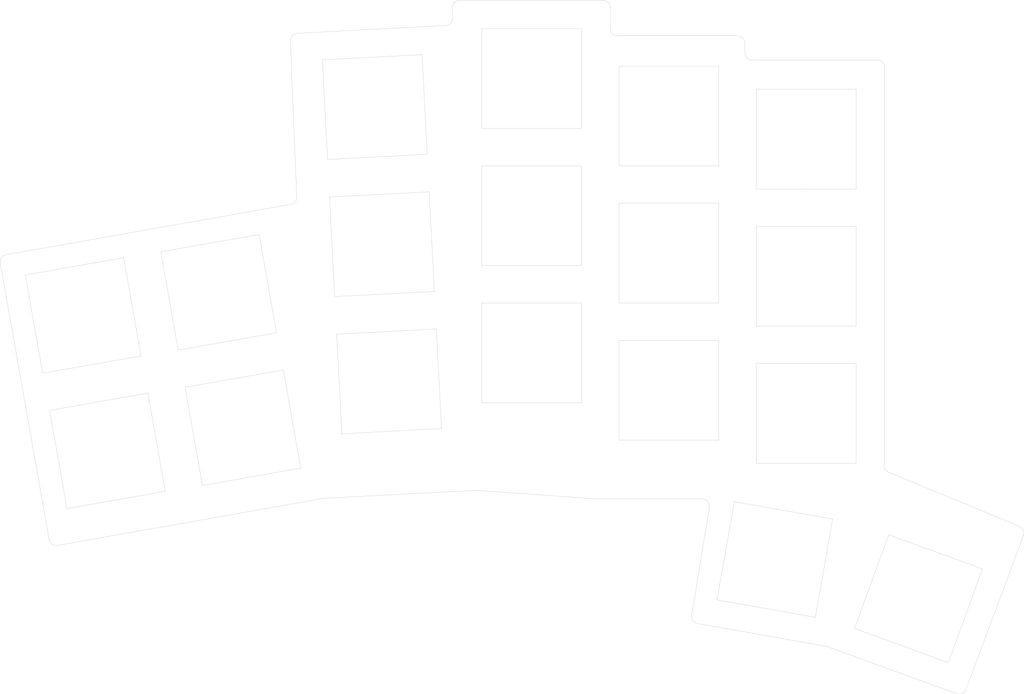
<source format=kicad_pcb>
(kicad_pcb (version 20241229) (generator "pcbnew") (generator_version "9.0")
  (layers (0 "F.Cu" signal) (2 "B.Cu" signal) (13 "F.Paste" user) (15 "B.Paste" user) (5 "F.SilkS" user "F.Silkscreen") (7 "B.SilkS" user "B.Silkscreen") (1 "F.Mask" user) (3 "B.Mask" user) (25 "Edge.Cuts" user))
  (net 0 "")
  (footprint "benri-projects:MECHANICAL_HOLE_M2" (layer "F.Cu") (at 176.365796 65.724201)
    (property "Reference" "REF**" (hide yes))
    (property "Value" "MECHANICAL_HOLE_M2" (hide yes))
    (pad "" np_thru_hole circle (at 0 0) (size 2.2 2.2) (drill 2.2) (layers "*.Cu" "*.Mask"))
  )
  (footprint "benri-projects:MECHANICAL_HOLE_M2" (layer "F.Cu") (at 195.365782 112.224193)
    (property "Reference" "REF**" (hide yes))
    (property "Value" "MECHANICAL_HOLE_M2" (hide yes))
    (pad "" np_thru_hole circle (at 0 0) (size 2.2 2.2) (drill 2.2) (layers "*.Cu" "*.Mask"))
  )
  (footprint "benri-projects:MECHANICAL_HOLE_M2" (layer "F.Cu") (at 147.915792 100.224193)
    (property "Reference" "REF**" (hide yes))
    (property "Value" "MECHANICAL_HOLE_M2" (hide yes))
    (pad "" np_thru_hole circle (at 0 0) (size 2.2 2.2) (drill 2.2) (layers "*.Cu" "*.Mask"))
  )
  (footprint "benri-projects:MECHANICAL_HOLE_M2" (layer "F.Cu") (at 138.165792 60.224201)
    (property "Reference" "REF**" (hide yes))
    (property "Value" "MECHANICAL_HOLE_M2" (hide yes))
    (pad "" np_thru_hole circle (at 0 0) (size 2.2 2.2) (drill 2.2) (layers "*.Cu" "*.Mask"))
  )
  (footprint "benri-projects:MECHANICAL_HOLE_M2" (layer "F.Cu") (at 96.115796 91.474193)
    (property "Reference" "REF**" (hide yes))
    (property "Value" "MECHANICAL_HOLE_M2" (hide yes))
    (pad "" np_thru_hole circle (at 0 0) (size 2.2 2.2) (drill 2.2) (layers "*.Cu" "*.Mask"))
  )
  (gr_arc (start 216.483267 114.080504) (mid 217.017489 114.605494) (end 217.037257 115.354237) (stroke (width 0.05)) (layer "Edge.Cuts"))
  (gr_curve (pts (xy 74.35 75.95) (xy 73.806398 76.046222) (xy 73.443603 76.564746) (xy 73.539499 77.108401)) (stroke (width 0.049999)) (layer "Edge.Cuts"))
  (gr_curve (pts (xy 79.487699 92.5834) (xy 78.677333 87.987636) (xy 77.866966 83.391872) (xy 77.0566 78.7961)) (stroke (width 0.049999)) (layer "Edge.Cuts"))
  (gr_line (start 157.300985 110.224193) (end 157.300992 110.224193) (stroke (width 0.049999)) (layer "Edge.Cuts"))
  (gr_line (start 157.230596 110.22169) (end 140.326795 109.028499) (stroke (width 0.049999)) (layer "Edge.Cuts"))
  (gr_curve (pts (xy 109.843896 73.115001) (xy 110.654264 77.710765) (xy 111.464631 82.306537) (xy 112.274999 86.902293)) (stroke (width 0.049999)) (layer "Edge.Cuts"))
  (gr_line (start 105.381296 88.1179) (end 98.487699 89.3334) (stroke (width 0.049999)) (layer "Edge.Cuts"))
  (gr_curve (pts (xy 198.132085 115.252193) (xy 202.517324 116.848292) (xy 206.902547 118.444392) (xy 211.287786 120.040492)) (stroke (width 0.049999)) (layer "Edge.Cuts"))
  (gr_line (start 136.965795 42.775401) (end 136.965795 41.2242) (stroke (width 0.049999)) (layer "Edge.Cuts"))
  (gr_curve (pts (xy 80.4566 97.796092) (xy 85.052366 96.985728) (xy 89.64813 96.175349) (xy 94.243898 95.364986)) (stroke (width 0.049999)) (layer "Edge.Cuts"))
  (gr_line (start 189.473287 130.929195) (end 189.304281 130.883998) (stroke (width 0.049999)) (layer "Edge.Cuts"))
  (gr_line (start 115.118795 67.840602) (end 114.218896 45.923297) (stroke (width 0.049999)) (layer "Edge.Cuts"))
  (gr_curve (pts (xy 177.965795 46.2242) (xy 177.965795 45.958987) (xy 177.860441 45.704631) (xy 177.672902 45.517093)) (stroke (width 0.049999)) (layer "Edge.Cuts"))
  (gr_curve (pts (xy 115.674993 105.902293) (xy 113.377096 106.30749) (xy 111.079198 106.712703) (xy 108.781297 107.1179)) (stroke (width 0.049999)) (layer "Edge.Cuts"))
  (gr_line (start 155.065793 44.2242) (end 155.065793 58.2242) (stroke (width 0.049999)) (layer "Edge.Cuts"))
  (gr_line (start 141.065793 58.2242) (end 141.065793 44.2242) (stroke (width 0.049999)) (layer "Edge.Cuts"))
  (gr_curve (pts (xy 197.232107 48.917892) (xy 197.044577 48.730354) (xy 196.790213 48.625) (xy 196.525 48.625)) (stroke (width 0.049999)) (layer "Edge.Cuts"))
  (gr_line (start 198.142203 106.480743) (end 216.483267 114.080504) (stroke (width 0.05)) (layer "Edge.Cuts"))
  (gr_curve (pts (xy 170.511091 126.566386) (xy 170.416967 127.109584) (xy 170.780233 127.626506) (xy 171.323194 127.721995)) (stroke (width 0.049999)) (layer "Edge.Cuts"))
  (gr_line (start 119.027593 110.120998) (end 118.90479 110.135005) (stroke (width 0.049999)) (layer "Edge.Cuts"))
  (gr_line (start 128.432195 100.714595) (end 121.441694 101.080989) (stroke (width 0.049999)) (layer "Edge.Cuts"))
  (gr_line (start 193.565786 91.224193) (end 193.565786 105.224193) (stroke (width 0.049999)) (layer "Edge.Cuts"))
  (gr_line (start 155.065793 63.4742) (end 155.065793 77.4742) (stroke (width 0.049999)) (layer "Edge.Cuts"))
  (gr_curve (pts (xy 137.965795 40.2242) (xy 137.700582 40.2242) (xy 137.446225 40.329555) (xy 137.258687 40.517093)) (stroke (width 0.049999)) (layer "Edge.Cuts"))
  (gr_line (start 172.965795 111.538188) (end 172.965795 111.538203) (stroke (width 0.049999)) (layer "Edge.Cuts"))
  (gr_line (start 174.315793 87.974193) (end 174.315793 101.974193) (stroke (width 0.049999)) (layer "Edge.Cuts"))
  (gr_line (start 120.708997 87.100093) (end 134.689893 86.367396) (stroke (width 0.049999)) (layer "Edge.Cuts"))
  (gr_line (start 197.525 49.625) (end 197.525 105.55691) (stroke (width 0.049999)) (layer "Edge.Cuts"))
  (gr_line (start 193.565786 52.7242) (end 193.565786 66.7242) (stroke (width 0.049999)) (layer "Edge.Cuts"))
  (gr_curve (pts (xy 177.672902 45.517093) (xy 177.485364 45.329555) (xy 177.231008 45.2242) (xy 176.965795 45.2242)) (stroke (width 0.049999)) (layer "Edge.Cuts"))
  (gr_line (start 80.391898 115.938792) (end 80.392 115.938792) (stroke (width 0.049999)) (layer "Edge.Cuts"))
  (gr_arc (start 198.142203 106.480743) (mid 197.693496 106.112429) (end 197.525 105.55691) (stroke (width 0.05)) (layer "Edge.Cuts"))
  (gr_line (start 127.432195 81.464603) (end 120.441694 81.830997) (stroke (width 0.049999)) (layer "Edge.Cuts"))
  (gr_line (start 82.887697 111.5834) (end 80.4566 97.796092) (stroke (width 0.049999)) (layer "Edge.Cuts"))
  (gr_curve (pts (xy 80.391898 115.938792) (xy 78.107765 102.995326) (xy 75.823633 90.05186) (xy 73.539499 77.108401)) (stroke (width 0.049999)) (layer "Edge.Cuts"))
  (gr_line (start 93.274999 90.152293) (end 86.381296 91.3679) (stroke (width 0.049999)) (layer "Edge.Cuts"))
  (gr_curve (pts (xy 115.164991 44.8716) (xy 122.116124 44.505763) (xy 129.067258 44.139934) (xy 136.018392 43.774097)) (stroke (width 0.049999)) (layer "Edge.Cuts"))
  (gr_line (start 167.315793 63.4742) (end 160.315793 63.4742) (stroke (width 0.049999)) (layer "Edge.Cuts"))
  (gr_line (start 148.065793 77.4742) (end 141.065793 77.4742) (stroke (width 0.049999)) (layer "Edge.Cuts"))
  (gr_line (start 118.90479 110.13499) (end 118.90479 110.135005) (stroke (width 0.049999)) (layer "Edge.Cuts"))
  (gr_line (start 187.843892 126.8334) (end 180.950292 125.6179) (stroke (width 0.049999)) (layer "Edge.Cuts"))
  (gr_curve (pts (xy 177.965795 47.624202) (xy 177.965787 48.176486) (xy 178.413488 48.624194) (xy 178.965764 48.624202)) (stroke (width 0.049999)) (layer "Edge.Cuts"))
  (gr_line (start 96.056596 75.5461) (end 109.843896 73.115001) (stroke (width 0.049999)) (layer "Edge.Cuts"))
  (gr_line (start 141.065793 82.7242) (end 155.065793 82.7242) (stroke (width 0.049999)) (layer "Edge.Cuts"))
  (gr_line (start 96.674997 109.152293) (end 89.781297 110.3679) (stroke (width 0.049999)) (layer "Edge.Cuts"))
  (gr_line (start 119.708997 67.850101) (end 133.689893 67.117404) (stroke (width 0.049999)) (layer "Edge.Cuts"))
  (gr_line (start 98.487699 89.3334) (end 96.056596 75.5461) (stroke (width 0.049999)) (layer "Edge.Cuts"))
  (gr_line (start 186.565786 85.974193) (end 179.565786 85.974193) (stroke (width 0.049999)) (layer "Edge.Cuts"))
  (gr_line (start 178.96578 48.624202) (end 196.525 48.624202) (stroke (width 0.049999)) (layer "Edge.Cuts"))
  (gr_line (start 206.499486 133.196193) (end 199.921682 130.801997) (stroke (width 0.049999)) (layer "Edge.Cuts"))
  (gr_line (start 155.065793 77.4742) (end 148.065793 77.4742) (stroke (width 0.049999)) (layer "Edge.Cuts"))
  (gr_line (start 155.065793 58.2242) (end 148.065793 58.2242) (stroke (width 0.049999)) (layer "Edge.Cuts"))
  (gr_line (start 118.90479 110.13499) (end 81.551099 116.74969) (stroke (width 0.049999)) (layer "Edge.Cuts"))
  (gr_line (start 118.708997 48.600101) (end 132.689893 47.867404) (stroke (width 0.049999)) (layer "Edge.Cuts"))
  (gr_curve (pts (xy 113.243898 92.114986) (xy 114.054265 96.71075) (xy 114.864629 101.306529) (xy 115.674993 105.902293)) (stroke (width 0.049999)) (layer "Edge.Cuts"))
  (gr_line (start 133.689893 67.117404) (end 134.42259 81.0983) (stroke (width 0.049999)) (layer "Edge.Cuts"))
  (gr_line (start 186.565786 66.7242) (end 179.565786 66.7242) (stroke (width 0.049999)) (layer "Edge.Cuts"))
  (gr_line (start 208.963186 136.970897) (end 217.037257 115.354237) (stroke (width 0.05)) (layer "Edge.Cuts"))
  (gr_line (start 148.065793 96.724193) (end 141.065793 96.724193) (stroke (width 0.049999)) (layer "Edge.Cuts"))
  (gr_curve (pts (xy 199.921682 130.801997) (xy 197.729055 130.003963) (xy 195.536413 129.205928) (xy 193.343786 128.407893)) (stroke (width 0.049999)) (layer "Edge.Cuts"))
  (gr_curve (pts (xy 77.0566 78.7961) (xy 81.652366 77.985736) (xy 86.248132 77.175365) (xy 90.843896 76.365001)) (stroke (width 0.049999)) (layer "Edge.Cuts"))
  (gr_line (start 179.565786 85.974193) (end 179.565786 71.9742) (stroke (width 0.049999)) (layer "Edge.Cuts"))
  (gr_line (start 177.965795 46.2242) (end 177.965795 47.624202) (stroke (width 0.049999)) (layer "Edge.Cuts"))
  (gr_curve (pts (xy 197.525 49.625) (xy 197.525 49.359787) (xy 197.419638 49.10543) (xy 197.232107 48.917892)) (stroke (width 0.049999)) (layer "Edge.Cuts"))
  (gr_line (start 140.204792 109.0274) (end 119.027593 110.120998) (stroke (width 0.049999)) (layer "Edge.Cuts"))
  (gr_line (start 174.315793 101.974193) (end 167.315793 101.974193) (stroke (width 0.049999)) (layer "Edge.Cuts"))
  (gr_line (start 174.315793 49.4742) (end 174.315793 63.4742) (stroke (width 0.049999)) (layer "Edge.Cuts"))
  (gr_line (start 160.315793 82.7242) (end 160.315793 68.7242) (stroke (width 0.049999)) (layer "Edge.Cuts"))
  (gr_line (start 137.965795 40.2242) (end 158.065793 40.2242) (stroke (width 0.049999)) (layer "Edge.Cuts"))
  (gr_line (start 74.35 75.95) (end 114.294496 68.878398) (stroke (width 0.049999)) (layer "Edge.Cuts"))
  (gr_line (start 119.441694 62.580997) (end 118.708997 48.600101) (stroke (width 0.049999)) (layer "Edge.Cuts"))
  (gr_line (start 141.065793 44.2242) (end 155.065793 44.2242) (stroke (width 0.049999)) (layer "Edge.Cuts"))
  (gr_line (start 186.565786 105.224193) (end 179.565786 105.224193) (stroke (width 0.049999)) (layer "Edge.Cuts"))
  (gr_line (start 160.315793 101.974193) (end 160.315793 87.974193) (stroke (width 0.049999)) (layer "Edge.Cuts"))
  (gr_curve (pts (xy 176.487691 110.614986) (xy 181.083455 111.425349) (xy 185.67922 112.235728) (xy 190.274984 113.046092)) (stroke (width 0.049999)) (layer "Edge.Cuts"))
  (gr_line (start 159.065793 41.2242) (end 159.065793 44.2242) (stroke (width 0.049999)) (layer "Edge.Cuts"))
  (gr_line (start 141.065793 77.4742) (end 141.065793 63.4742) (stroke (width 0.049999)) (layer "Edge.Cuts"))
  (gr_curve (pts (xy 207.684484 137.559993) (xy 208.200155 137.747768) (xy 208.770803 137.484874) (xy 208.963186 136.970897)) (stroke (width 0.049999)) (layer "Edge.Cuts"))
  (gr_line (start 179.565786 105.224193) (end 179.565786 91.224193) (stroke (width 0.049999)) (layer "Edge.Cuts"))
  (gr_line (start 160.315793 87.974193) (end 174.315793 87.974193) (stroke (width 0.049999)) (layer "Edge.Cuts"))
  (gr_line (start 174.315793 63.4742) (end 167.315793 63.4742) (stroke (width 0.049999)) (layer "Edge.Cuts"))
  (gr_line (start 174.056592 124.402293) (end 176.487691 110.614986) (stroke (width 0.049999)) (layer "Edge.Cuts"))
  (gr_curve (pts (xy 172.965795 111.224193) (xy 172.965795 110.95898) (xy 172.860441 110.704616) (xy 172.672902 110.517085)) (stroke (width 0.049999)) (layer "Edge.Cuts"))
  (gr_line (start 155.065793 82.7242) (end 155.065793 96.724193) (stroke (width 0.049999)) (layer "Edge.Cuts"))
  (gr_line (start 155.065793 96.724193) (end 148.065793 96.724193) (stroke (width 0.049999)) (layer "Edge.Cuts"))
  (gr_line (start 135.42259 100.348292) (end 128.432195 100.714595) (stroke (width 0.049999)) (layer "Edge.Cuts"))
  (gr_curve (pts (xy 159.065793 41.2242) (xy 159.065793 40.958987) (xy 158.960439 40.704631) (xy 158.772901 40.517093)) (stroke (width 0.049999)) (layer "Edge.Cuts"))
  (gr_line (start 112.274999 86.902293) (end 105.381296 88.1179) (stroke (width 0.049999)) (layer "Edge.Cuts"))
  (gr_line (start 167.315793 82.7242) (end 160.315793 82.7242) (stroke (width 0.049999)) (layer "Edge.Cuts"))
  (gr_curve (pts (xy 180.950292 125.6179) (xy 178.652395 125.212703) (xy 176.354497 124.80749) (xy 174.056592 124.402293)) (stroke (width 0.049999)) (layer "Edge.Cuts"))
  (gr_line (start 193.565786 66.7242) (end 186.565786 66.7242) (stroke (width 0.049999)) (layer "Edge.Cuts"))
  (gr_line (start 160.315793 68.7242) (end 174.315793 68.7242) (stroke (width 0.049999)) (layer "Edge.Cuts"))
  (gr_line (start 193.565786 71.9742) (end 193.565786 85.974193) (stroke (width 0.049999)) (layer "Edge.Cuts"))
  (gr_curve (pts (xy 159.358686 44.931308) (xy 159.546224 45.118846) (xy 159.80058 45.2242) (xy 160.065793 45.2242)) (stroke (width 0.049999)) (layer "Edge.Cuts"))
  (gr_line (start 126.432195 62.214603) (end 119.441694 62.580997) (stroke (width 0.049999)) (layer "Edge.Cuts"))
  (gr_line (start 141.065793 63.4742) (end 155.065793 63.4742) (stroke (width 0.049999)) (layer "Edge.Cuts"))
  (gr_line (start 179.565786 91.224193) (end 193.565786 91.224193) (stroke (width 0.049999)) (layer "Edge.Cuts"))
  (gr_line (start 160.315793 49.4742) (end 174.315793 49.4742) (stroke (width 0.049999)) (layer "Edge.Cuts"))
  (gr_line (start 207.684392 137.5601) (end 207.684484 137.559993) (stroke (width 0.049999)) (layer "Edge.Cuts"))
  (gr_line (start 134.689893 86.367396) (end 135.42259 100.348292) (stroke (width 0.049999)) (layer "Edge.Cuts"))
  (gr_line (start 133.42259 61.8483) (end 126.432195 62.214603) (stroke (width 0.049999)) (layer "Edge.Cuts"))
  (gr_curve (pts (xy 80.392 115.938792) (xy 80.438083 116.200084) (xy 80.586122 116.432338) (xy 80.80352 116.584422)) (stroke (width 0.049999)) (layer "Edge.Cuts"))
  (gr_line (start 160.065793 45.2242) (end 176.965795 45.2242) (stroke (width 0.049999)) (layer "Edge.Cuts"))
  (gr_curve (pts (xy 159.065793 44.2242) (xy 159.065793 44.489413) (xy 159.171148 44.74377) (xy 159.358686 44.931308)) (stroke (width 0.049999)) (layer "Edge.Cuts"))
  (gr_line (start 179.565786 66.7242) (end 179.565786 52.7242) (stroke (width 0.049999)) (layer "Edge.Cuts"))
  (gr_curve (pts (xy 172.672902 110.517085) (xy 172.485364 110.329555) (xy 172.231008 110.224193) (xy 171.965795 110.224193)) (stroke (width 0.049999)) (layer "Edge.Cuts"))
  (gr_curve (pts (xy 193.343786 128.407893) (xy 194.939885 124.022655) (xy 196.535985 119.637431) (xy 198.132085 115.252193)) (stroke (width 0.049999)) (layer "Edge.Cuts"))
  (gr_line (start 141.065793 96.724193) (end 141.065793 82.7242) (stroke (width 0.049999)) (layer "Edge.Cuts"))
  (gr_curve (pts (xy 80.80352 116.584422) (xy 81.020917 116.736507) (xy 81.28985 116.79597) (xy 81.551099 116.74969)) (stroke (width 0.049999)) (layer "Edge.Cuts"))
  (gr_curve (pts (xy 136.018392 43.774097) (xy 136.549512 43.746074) (xy 136.965787 43.307254) (xy 136.965795 42.775401)) (stroke (width 0.049999)) (layer "Edge.Cuts"))
  (gr_line (start 89.781297 110.3679) (end 82.887697 111.5834) (stroke (width 0.049999)) (layer "Edge.Cuts"))
  (gr_line (start 140.326795 109.028499) (end 140.204792 109.0274) (stroke (width 0.049999)) (layer "Edge.Cuts"))
  (gr_line (start 86.381296 91.3679) (end 79.487699 92.5834) (stroke (width 0.049999)) (layer "Edge.Cuts"))
  (gr_line (start 211.287786 120.040492) (end 206.499486 133.196193) (stroke (width 0.049999)) (layer "Edge.Cuts"))
  (gr_line (start 190.274984 113.046092) (end 187.843892 126.8334) (stroke (width 0.049999)) (layer "Edge.Cuts"))
  (gr_line (start 193.565786 85.974193) (end 186.565786 85.974193) (stroke (width 0.049999)) (layer "Edge.Cuts"))
  (gr_curve (pts (xy 207.684392 137.5601) (xy 201.614019 135.349803) (xy 195.54366 133.139491) (xy 189.473287 130.929195)) (stroke (width 0.049999)) (layer "Edge.Cuts"))
  (gr_line (start 193.565786 105.224193) (end 186.565786 105.224193) (stroke (width 0.049999)) (layer "Edge.Cuts"))
  (gr_line (start 157.230596 110.22169) (end 157.300985 110.224193) (stroke (width 0.049999)) (layer "Edge.Cuts"))
  (gr_line (start 120.441694 81.830997) (end 119.708997 67.850101) (stroke (width 0.049999)) (layer "Edge.Cuts"))
  (gr_line (start 171.965795 110.224193) (end 157.300992 110.224193) (stroke (width 0.049999)) (layer "Edge.Cuts"))
  (gr_line (start 172.965795 111.538188) (end 172.965795 111.224193) (stroke (width 0.049999)) (layer "Edge.Cuts"))
  (gr_line (start 90.843896 76.365001) (end 93.274999 90.152293) (stroke (width 0.049999)) (layer "Edge.Cuts"))
  (gr_line (start 108.781297 107.1179) (end 101.887697 108.3334) (stroke (width 0.049999)) (layer "Edge.Cuts"))
  (gr_line (start 160.315793 63.4742) (end 160.315793 49.4742) (stroke (width 0.049999)) (layer "Edge.Cuts"))
  (gr_curve (pts (xy 101.887697 108.3334) (xy 101.077329 103.737636) (xy 100.266965 99.141856) (xy 99.456598 94.546092)) (stroke (width 0.049999)) (layer "Edge.Cuts"))
  (gr_line (start 179.565786 71.9742) (end 193.565786 71.9742) (stroke (width 0.049999)) (layer "Edge.Cuts"))
  (gr_curve (pts (xy 115.164991 44.8716) (xy 114.900037 44.885524) (xy 114.651479 45.004169) (xy 114.474038 45.201419)) (stroke (width 0.049999)) (layer "Edge.Cuts"))
  (gr_line (start 167.315793 101.974193) (end 160.315793 101.974193) (stroke (width 0.049999)) (layer "Edge.Cuts"))
  (gr_curve (pts (xy 114.294496 68.878398) (xy 114.79199 68.790393) (xy 115.145666 68.345103) (xy 115.118795 67.840602)) (stroke (width 0.049999)) (layer "Edge.Cuts"))
  (gr_line (start 174.315793 82.7242) (end 167.315793 82.7242) (stroke (width 0.049999)) (layer "Edge.Cuts"))
  (gr_line (start 178.96578 48.624202) (end 178.965764 48.624202) (stroke (width 0.049999)) (layer "Edge.Cuts"))
  (gr_curve (pts (xy 99.456598 94.546092) (xy 104.052366 93.735728) (xy 108.64813 92.925349) (xy 113.243898 92.114986)) (stroke (width 0.049999)) (layer "Edge.Cuts"))
  (gr_line (start 121.441694 101.080989) (end 120.708997 87.100093) (stroke (width 0.049999)) (layer "Edge.Cuts"))
  (gr_curve (pts (xy 114.474038 45.201419) (xy 114.296594 45.398669) (xy 114.204812 45.658351) (xy 114.218892 45.923297)) (stroke (width 0.049999)) (layer "Edge.Cuts"))
  (gr_curve (pts (xy 94.243898 95.364986) (xy 95.054265 99.96075) (xy 95.864629 104.556529) (xy 96.674997 109.152293)) (stroke (width 0.049999)) (layer "Edge.Cuts"))
  (gr_line (start 132.689893 47.867404) (end 133.42259 61.8483) (stroke (width 0.049999)) (layer "Edge.Cuts"))
  (gr_line (start 174.315793 68.7242) (end 174.315793 82.7242) (stroke (width 0.049999)) (layer "Edge.Cuts"))
  (gr_line (start 148.065793 58.2242) (end 141.065793 58.2242) (stroke (width 0.049999)) (layer "Edge.Cuts"))
  (gr_line (start 189.304281 130.883998) (end 171.323194 127.721995) (stroke (width 0.049999)) (layer "Edge.Cuts"))
  (gr_curve (pts (xy 137.258687 40.517093) (xy 137.071149 40.704631) (xy 136.965795 40.958987) (xy 136.965795 41.2242)) (stroke (width 0.049999)) (layer "Edge.Cuts"))
  (gr_line (start 172.951093 111.708888) (end 172.965795 111.538203) (stroke (width 0.049999)) (layer "Edge.Cuts"))
  (gr_line (start 134.42259 81.0983) (end 127.432195 81.464603) (stroke (width 0.049999)) (layer "Edge.Cuts"))
  (gr_line (start 114.218892 45.923297) (end 114.218896 45.923297) (stroke (width 0.049999)) (layer "Edge.Cuts"))
  (gr_curve (pts (xy 158.772901 40.517093) (xy 158.585363 40.329555) (xy 158.331006 40.2242) (xy 158.065793 40.2242)) (stroke (width 0.049999)) (layer "Edge.Cuts"))
  (gr_line (start 179.565786 52.7242) (end 193.565786 52.7242) (stroke (width 0.049999)) (layer "Edge.Cuts"))
  (gr_curve (pts (xy 170.511091 126.566386) (xy 171.324422 121.613887) (xy 172.137761 116.661388) (xy 172.951093 111.708888)) (stroke (width 0.049999)) (layer "Edge.Cuts"))
)
</source>
